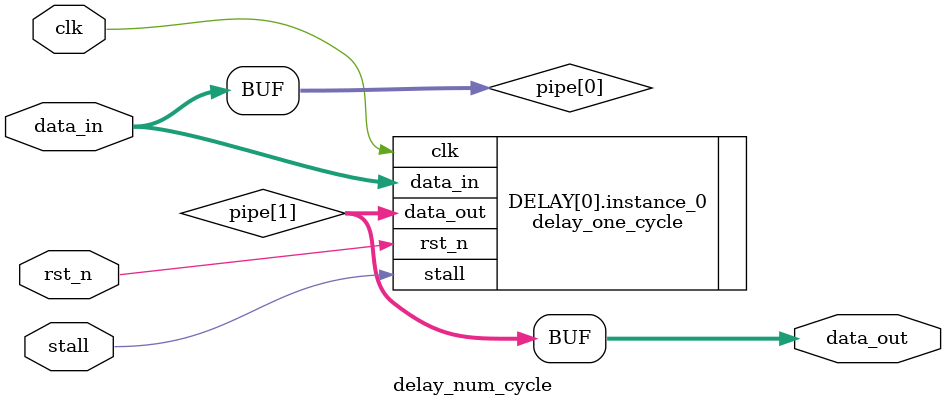
<source format=v>
module delay_num_cycle
#(
    parameter WORD_WIDTH = 32,      // 寄存器宽度
    parameter NUM = 1,      // 寄存器数量
    parameter TOTAL_WIDTH = WORD_WIDTH * NUM
)
(
    input clk,
    input rst_n,
    input stall,        // 暂停，保持数据
    input [WORD_WIDTH-1:0] data_in,
    output [WORD_WIDTH-1:0] data_out
);
    // 内部变量声明
    wire [WORD_WIDTH-1:0] pipe [0:NUM];
    assign pipe[0] = data_in;
    assign data_out = pipe[NUM];
    // 功能实现
    genvar i;
    generate 
        for(i = 0; i < NUM; i = i+1) begin: DELAY
            delay_one_cycle 
            #(.WIDTH(WORD_WIDTH)
            )
            instance_0
            (
                .clk(clk),
                .rst_n(rst_n),
                .stall(stall),
                .data_in(pipe[i]),
                .data_out(pipe[i+1])
            );
        end
    endgenerate
endmodule
</source>
